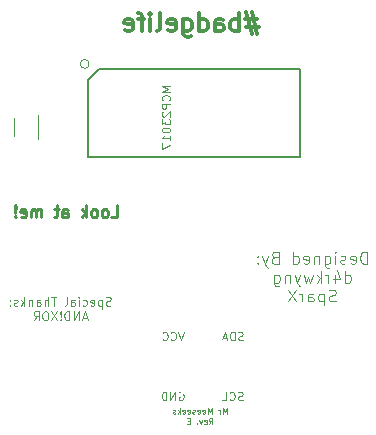
<source format=gbo>
G04 #@! TF.FileFunction,Legend,Bot*
%FSLAX46Y46*%
G04 Gerber Fmt 4.6, Leading zero omitted, Abs format (unit mm)*
G04 Created by KiCad (PCBNEW 4.0.7) date 06/13/18 09:16:30*
%MOMM*%
%LPD*%
G01*
G04 APERTURE LIST*
%ADD10C,0.100000*%
%ADD11C,0.250000*%
%ADD12C,0.125000*%
%ADD13C,0.300000*%
%ADD14C,0.152400*%
%ADD15C,0.120000*%
%ADD16C,0.050000*%
%ADD17C,2.100000*%
%ADD18O,2.100000X2.100000*%
%ADD19R,1.162000X1.543000*%
%ADD20R,2.000000X2.400000*%
G04 APERTURE END LIST*
D10*
D11*
X91956093Y-109530141D02*
X92432284Y-109530141D01*
X92432284Y-108530141D01*
X91479903Y-109530141D02*
X91575141Y-109482522D01*
X91622760Y-109434903D01*
X91670379Y-109339665D01*
X91670379Y-109053950D01*
X91622760Y-108958712D01*
X91575141Y-108911093D01*
X91479903Y-108863474D01*
X91337045Y-108863474D01*
X91241807Y-108911093D01*
X91194188Y-108958712D01*
X91146569Y-109053950D01*
X91146569Y-109339665D01*
X91194188Y-109434903D01*
X91241807Y-109482522D01*
X91337045Y-109530141D01*
X91479903Y-109530141D01*
X90575141Y-109530141D02*
X90670379Y-109482522D01*
X90717998Y-109434903D01*
X90765617Y-109339665D01*
X90765617Y-109053950D01*
X90717998Y-108958712D01*
X90670379Y-108911093D01*
X90575141Y-108863474D01*
X90432283Y-108863474D01*
X90337045Y-108911093D01*
X90289426Y-108958712D01*
X90241807Y-109053950D01*
X90241807Y-109339665D01*
X90289426Y-109434903D01*
X90337045Y-109482522D01*
X90432283Y-109530141D01*
X90575141Y-109530141D01*
X89813236Y-109530141D02*
X89813236Y-108530141D01*
X89717998Y-109149189D02*
X89432283Y-109530141D01*
X89432283Y-108863474D02*
X89813236Y-109244427D01*
X87813235Y-109530141D02*
X87813235Y-109006331D01*
X87860854Y-108911093D01*
X87956092Y-108863474D01*
X88146569Y-108863474D01*
X88241807Y-108911093D01*
X87813235Y-109482522D02*
X87908473Y-109530141D01*
X88146569Y-109530141D01*
X88241807Y-109482522D01*
X88289426Y-109387284D01*
X88289426Y-109292046D01*
X88241807Y-109196808D01*
X88146569Y-109149189D01*
X87908473Y-109149189D01*
X87813235Y-109101570D01*
X87479902Y-108863474D02*
X87098950Y-108863474D01*
X87337045Y-108530141D02*
X87337045Y-109387284D01*
X87289426Y-109482522D01*
X87194188Y-109530141D01*
X87098950Y-109530141D01*
X86003711Y-109530141D02*
X86003711Y-108863474D01*
X86003711Y-108958712D02*
X85956092Y-108911093D01*
X85860854Y-108863474D01*
X85717996Y-108863474D01*
X85622758Y-108911093D01*
X85575139Y-109006331D01*
X85575139Y-109530141D01*
X85575139Y-109006331D02*
X85527520Y-108911093D01*
X85432282Y-108863474D01*
X85289425Y-108863474D01*
X85194187Y-108911093D01*
X85146568Y-109006331D01*
X85146568Y-109530141D01*
X84289425Y-109482522D02*
X84384663Y-109530141D01*
X84575140Y-109530141D01*
X84670378Y-109482522D01*
X84717997Y-109387284D01*
X84717997Y-109006331D01*
X84670378Y-108911093D01*
X84575140Y-108863474D01*
X84384663Y-108863474D01*
X84289425Y-108911093D01*
X84241806Y-109006331D01*
X84241806Y-109101570D01*
X84717997Y-109196808D01*
X83813235Y-109434903D02*
X83765616Y-109482522D01*
X83813235Y-109530141D01*
X83860854Y-109482522D01*
X83813235Y-109434903D01*
X83813235Y-109530141D01*
X83813235Y-109149189D02*
X83860854Y-108577760D01*
X83813235Y-108530141D01*
X83765616Y-108577760D01*
X83813235Y-109149189D01*
X83813235Y-108530141D01*
D12*
X101702904Y-126153690D02*
X101702904Y-125653690D01*
X101536238Y-126010833D01*
X101369571Y-125653690D01*
X101369571Y-126153690D01*
X101131475Y-126153690D02*
X101131475Y-125820357D01*
X101131475Y-125915595D02*
X101107666Y-125867976D01*
X101083856Y-125844167D01*
X101036237Y-125820357D01*
X100988618Y-125820357D01*
X100440999Y-126153690D02*
X100440999Y-125653690D01*
X100274333Y-126010833D01*
X100107666Y-125653690D01*
X100107666Y-126153690D01*
X99679094Y-126129881D02*
X99726713Y-126153690D01*
X99821951Y-126153690D01*
X99869570Y-126129881D01*
X99893380Y-126082262D01*
X99893380Y-125891786D01*
X99869570Y-125844167D01*
X99821951Y-125820357D01*
X99726713Y-125820357D01*
X99679094Y-125844167D01*
X99655285Y-125891786D01*
X99655285Y-125939405D01*
X99893380Y-125987024D01*
X99250523Y-126129881D02*
X99298142Y-126153690D01*
X99393380Y-126153690D01*
X99440999Y-126129881D01*
X99464809Y-126082262D01*
X99464809Y-125891786D01*
X99440999Y-125844167D01*
X99393380Y-125820357D01*
X99298142Y-125820357D01*
X99250523Y-125844167D01*
X99226714Y-125891786D01*
X99226714Y-125939405D01*
X99464809Y-125987024D01*
X99036238Y-126129881D02*
X98988619Y-126153690D01*
X98893381Y-126153690D01*
X98845762Y-126129881D01*
X98821952Y-126082262D01*
X98821952Y-126058452D01*
X98845762Y-126010833D01*
X98893381Y-125987024D01*
X98964809Y-125987024D01*
X99012428Y-125963214D01*
X99036238Y-125915595D01*
X99036238Y-125891786D01*
X99012428Y-125844167D01*
X98964809Y-125820357D01*
X98893381Y-125820357D01*
X98845762Y-125844167D01*
X98417190Y-126129881D02*
X98464809Y-126153690D01*
X98560047Y-126153690D01*
X98607666Y-126129881D01*
X98631476Y-126082262D01*
X98631476Y-125891786D01*
X98607666Y-125844167D01*
X98560047Y-125820357D01*
X98464809Y-125820357D01*
X98417190Y-125844167D01*
X98393381Y-125891786D01*
X98393381Y-125939405D01*
X98631476Y-125987024D01*
X97988619Y-126129881D02*
X98036238Y-126153690D01*
X98131476Y-126153690D01*
X98179095Y-126129881D01*
X98202905Y-126082262D01*
X98202905Y-125891786D01*
X98179095Y-125844167D01*
X98131476Y-125820357D01*
X98036238Y-125820357D01*
X97988619Y-125844167D01*
X97964810Y-125891786D01*
X97964810Y-125939405D01*
X98202905Y-125987024D01*
X97750524Y-126153690D02*
X97750524Y-125653690D01*
X97702905Y-125963214D02*
X97560048Y-126153690D01*
X97560048Y-125820357D02*
X97750524Y-126010833D01*
X97369572Y-126129881D02*
X97321953Y-126153690D01*
X97226715Y-126153690D01*
X97179096Y-126129881D01*
X97155286Y-126082262D01*
X97155286Y-126058452D01*
X97179096Y-126010833D01*
X97226715Y-125987024D01*
X97298143Y-125987024D01*
X97345762Y-125963214D01*
X97369572Y-125915595D01*
X97369572Y-125891786D01*
X97345762Y-125844167D01*
X97298143Y-125820357D01*
X97226715Y-125820357D01*
X97179096Y-125844167D01*
X100226713Y-127028690D02*
X100393380Y-126790595D01*
X100512427Y-127028690D02*
X100512427Y-126528690D01*
X100321951Y-126528690D01*
X100274332Y-126552500D01*
X100250523Y-126576310D01*
X100226713Y-126623929D01*
X100226713Y-126695357D01*
X100250523Y-126742976D01*
X100274332Y-126766786D01*
X100321951Y-126790595D01*
X100512427Y-126790595D01*
X99821951Y-127004881D02*
X99869570Y-127028690D01*
X99964808Y-127028690D01*
X100012427Y-127004881D01*
X100036237Y-126957262D01*
X100036237Y-126766786D01*
X100012427Y-126719167D01*
X99964808Y-126695357D01*
X99869570Y-126695357D01*
X99821951Y-126719167D01*
X99798142Y-126766786D01*
X99798142Y-126814405D01*
X100036237Y-126862024D01*
X99631475Y-126695357D02*
X99512428Y-127028690D01*
X99393380Y-126695357D01*
X99202904Y-126981071D02*
X99179095Y-127004881D01*
X99202904Y-127028690D01*
X99226714Y-127004881D01*
X99202904Y-126981071D01*
X99202904Y-127028690D01*
X98583857Y-126766786D02*
X98417191Y-126766786D01*
X98345762Y-127028690D02*
X98583857Y-127028690D01*
X98583857Y-126528690D01*
X98345762Y-126528690D01*
D13*
X104321857Y-92769571D02*
X103250428Y-92769571D01*
X103893285Y-92126714D02*
X104321857Y-94055286D01*
X103393285Y-93412429D02*
X104464714Y-93412429D01*
X103821857Y-94055286D02*
X103393285Y-92126714D01*
X102750428Y-93769571D02*
X102750428Y-92269571D01*
X102750428Y-92841000D02*
X102607571Y-92769571D01*
X102321857Y-92769571D01*
X102179000Y-92841000D01*
X102107571Y-92912429D01*
X102036142Y-93055286D01*
X102036142Y-93483857D01*
X102107571Y-93626714D01*
X102179000Y-93698143D01*
X102321857Y-93769571D01*
X102607571Y-93769571D01*
X102750428Y-93698143D01*
X100750428Y-93769571D02*
X100750428Y-92983857D01*
X100821857Y-92841000D01*
X100964714Y-92769571D01*
X101250428Y-92769571D01*
X101393285Y-92841000D01*
X100750428Y-93698143D02*
X100893285Y-93769571D01*
X101250428Y-93769571D01*
X101393285Y-93698143D01*
X101464714Y-93555286D01*
X101464714Y-93412429D01*
X101393285Y-93269571D01*
X101250428Y-93198143D01*
X100893285Y-93198143D01*
X100750428Y-93126714D01*
X99393285Y-93769571D02*
X99393285Y-92269571D01*
X99393285Y-93698143D02*
X99536142Y-93769571D01*
X99821856Y-93769571D01*
X99964714Y-93698143D01*
X100036142Y-93626714D01*
X100107571Y-93483857D01*
X100107571Y-93055286D01*
X100036142Y-92912429D01*
X99964714Y-92841000D01*
X99821856Y-92769571D01*
X99536142Y-92769571D01*
X99393285Y-92841000D01*
X98036142Y-92769571D02*
X98036142Y-93983857D01*
X98107571Y-94126714D01*
X98178999Y-94198143D01*
X98321856Y-94269571D01*
X98536142Y-94269571D01*
X98678999Y-94198143D01*
X98036142Y-93698143D02*
X98178999Y-93769571D01*
X98464713Y-93769571D01*
X98607571Y-93698143D01*
X98678999Y-93626714D01*
X98750428Y-93483857D01*
X98750428Y-93055286D01*
X98678999Y-92912429D01*
X98607571Y-92841000D01*
X98464713Y-92769571D01*
X98178999Y-92769571D01*
X98036142Y-92841000D01*
X96750428Y-93698143D02*
X96893285Y-93769571D01*
X97178999Y-93769571D01*
X97321856Y-93698143D01*
X97393285Y-93555286D01*
X97393285Y-92983857D01*
X97321856Y-92841000D01*
X97178999Y-92769571D01*
X96893285Y-92769571D01*
X96750428Y-92841000D01*
X96678999Y-92983857D01*
X96678999Y-93126714D01*
X97393285Y-93269571D01*
X95821856Y-93769571D02*
X95964714Y-93698143D01*
X96036142Y-93555286D01*
X96036142Y-92269571D01*
X95250428Y-93769571D02*
X95250428Y-92769571D01*
X95250428Y-92269571D02*
X95321857Y-92341000D01*
X95250428Y-92412429D01*
X95179000Y-92341000D01*
X95250428Y-92269571D01*
X95250428Y-92412429D01*
X94750428Y-92769571D02*
X94178999Y-92769571D01*
X94536142Y-93769571D02*
X94536142Y-92483857D01*
X94464714Y-92341000D01*
X94321856Y-92269571D01*
X94178999Y-92269571D01*
X93107571Y-93698143D02*
X93250428Y-93769571D01*
X93536142Y-93769571D01*
X93678999Y-93698143D01*
X93750428Y-93555286D01*
X93750428Y-92983857D01*
X93678999Y-92841000D01*
X93536142Y-92769571D01*
X93250428Y-92769571D01*
X93107571Y-92841000D01*
X93036142Y-92983857D01*
X93036142Y-93126714D01*
X93750428Y-93269571D01*
D10*
X91905554Y-116983191D02*
X91798411Y-117018906D01*
X91619840Y-117018906D01*
X91548411Y-116983191D01*
X91512697Y-116947477D01*
X91476982Y-116876049D01*
X91476982Y-116804620D01*
X91512697Y-116733191D01*
X91548411Y-116697477D01*
X91619840Y-116661763D01*
X91762697Y-116626049D01*
X91834125Y-116590334D01*
X91869840Y-116554620D01*
X91905554Y-116483191D01*
X91905554Y-116411763D01*
X91869840Y-116340334D01*
X91834125Y-116304620D01*
X91762697Y-116268906D01*
X91584125Y-116268906D01*
X91476982Y-116304620D01*
X91155554Y-116518906D02*
X91155554Y-117268906D01*
X91155554Y-116554620D02*
X91084125Y-116518906D01*
X90941268Y-116518906D01*
X90869839Y-116554620D01*
X90834125Y-116590334D01*
X90798411Y-116661763D01*
X90798411Y-116876049D01*
X90834125Y-116947477D01*
X90869839Y-116983191D01*
X90941268Y-117018906D01*
X91084125Y-117018906D01*
X91155554Y-116983191D01*
X90191268Y-116983191D02*
X90262697Y-117018906D01*
X90405554Y-117018906D01*
X90476983Y-116983191D01*
X90512697Y-116911763D01*
X90512697Y-116626049D01*
X90476983Y-116554620D01*
X90405554Y-116518906D01*
X90262697Y-116518906D01*
X90191268Y-116554620D01*
X90155554Y-116626049D01*
X90155554Y-116697477D01*
X90512697Y-116768906D01*
X89512697Y-116983191D02*
X89584126Y-117018906D01*
X89726983Y-117018906D01*
X89798411Y-116983191D01*
X89834126Y-116947477D01*
X89869840Y-116876049D01*
X89869840Y-116661763D01*
X89834126Y-116590334D01*
X89798411Y-116554620D01*
X89726983Y-116518906D01*
X89584126Y-116518906D01*
X89512697Y-116554620D01*
X89191269Y-117018906D02*
X89191269Y-116518906D01*
X89191269Y-116268906D02*
X89226983Y-116304620D01*
X89191269Y-116340334D01*
X89155554Y-116304620D01*
X89191269Y-116268906D01*
X89191269Y-116340334D01*
X88512697Y-117018906D02*
X88512697Y-116626049D01*
X88548411Y-116554620D01*
X88619840Y-116518906D01*
X88762697Y-116518906D01*
X88834126Y-116554620D01*
X88512697Y-116983191D02*
X88584126Y-117018906D01*
X88762697Y-117018906D01*
X88834126Y-116983191D01*
X88869840Y-116911763D01*
X88869840Y-116840334D01*
X88834126Y-116768906D01*
X88762697Y-116733191D01*
X88584126Y-116733191D01*
X88512697Y-116697477D01*
X88048412Y-117018906D02*
X88119840Y-116983191D01*
X88155555Y-116911763D01*
X88155555Y-116268906D01*
X87298411Y-116268906D02*
X86869840Y-116268906D01*
X87084126Y-117018906D02*
X87084126Y-116268906D01*
X86619840Y-117018906D02*
X86619840Y-116268906D01*
X86298411Y-117018906D02*
X86298411Y-116626049D01*
X86334125Y-116554620D01*
X86405554Y-116518906D01*
X86512697Y-116518906D01*
X86584125Y-116554620D01*
X86619840Y-116590334D01*
X85619840Y-117018906D02*
X85619840Y-116626049D01*
X85655554Y-116554620D01*
X85726983Y-116518906D01*
X85869840Y-116518906D01*
X85941269Y-116554620D01*
X85619840Y-116983191D02*
X85691269Y-117018906D01*
X85869840Y-117018906D01*
X85941269Y-116983191D01*
X85976983Y-116911763D01*
X85976983Y-116840334D01*
X85941269Y-116768906D01*
X85869840Y-116733191D01*
X85691269Y-116733191D01*
X85619840Y-116697477D01*
X85262698Y-116518906D02*
X85262698Y-117018906D01*
X85262698Y-116590334D02*
X85226983Y-116554620D01*
X85155555Y-116518906D01*
X85048412Y-116518906D01*
X84976983Y-116554620D01*
X84941269Y-116626049D01*
X84941269Y-117018906D01*
X84584127Y-117018906D02*
X84584127Y-116268906D01*
X84512698Y-116733191D02*
X84298412Y-117018906D01*
X84298412Y-116518906D02*
X84584127Y-116804620D01*
X84012698Y-116983191D02*
X83941269Y-117018906D01*
X83798412Y-117018906D01*
X83726984Y-116983191D01*
X83691269Y-116911763D01*
X83691269Y-116876049D01*
X83726984Y-116804620D01*
X83798412Y-116768906D01*
X83905555Y-116768906D01*
X83976984Y-116733191D01*
X84012698Y-116661763D01*
X84012698Y-116626049D01*
X83976984Y-116554620D01*
X83905555Y-116518906D01*
X83798412Y-116518906D01*
X83726984Y-116554620D01*
X83369841Y-116947477D02*
X83334126Y-116983191D01*
X83369841Y-117018906D01*
X83405555Y-116983191D01*
X83369841Y-116947477D01*
X83369841Y-117018906D01*
X83369841Y-116554620D02*
X83334126Y-116590334D01*
X83369841Y-116626049D01*
X83405555Y-116590334D01*
X83369841Y-116554620D01*
X83369841Y-116626049D01*
X89869840Y-118029620D02*
X89512697Y-118029620D01*
X89941268Y-118243906D02*
X89691268Y-117493906D01*
X89441268Y-118243906D01*
X89191269Y-118243906D02*
X89191269Y-117493906D01*
X88762697Y-118243906D01*
X88762697Y-117493906D01*
X88405555Y-118243906D02*
X88405555Y-117493906D01*
X88226983Y-117493906D01*
X88119840Y-117529620D01*
X88048412Y-117601049D01*
X88012697Y-117672477D01*
X87976983Y-117815334D01*
X87976983Y-117922477D01*
X88012697Y-118065334D01*
X88048412Y-118136763D01*
X88119840Y-118208191D01*
X88226983Y-118243906D01*
X88405555Y-118243906D01*
X87655555Y-118172477D02*
X87619840Y-118208191D01*
X87655555Y-118243906D01*
X87691269Y-118208191D01*
X87655555Y-118172477D01*
X87655555Y-118243906D01*
X87655555Y-117958191D02*
X87691269Y-117529620D01*
X87655555Y-117493906D01*
X87619840Y-117529620D01*
X87655555Y-117958191D01*
X87655555Y-117493906D01*
X87369840Y-117493906D02*
X86869840Y-118243906D01*
X86869840Y-117493906D02*
X87369840Y-118243906D01*
X86441268Y-117493906D02*
X86298411Y-117493906D01*
X86226983Y-117529620D01*
X86155554Y-117601049D01*
X86119840Y-117743906D01*
X86119840Y-117993906D01*
X86155554Y-118136763D01*
X86226983Y-118208191D01*
X86298411Y-118243906D01*
X86441268Y-118243906D01*
X86512697Y-118208191D01*
X86584126Y-118136763D01*
X86619840Y-117993906D01*
X86619840Y-117743906D01*
X86584126Y-117601049D01*
X86512697Y-117529620D01*
X86441268Y-117493906D01*
X85369840Y-118243906D02*
X85619840Y-117886763D01*
X85798412Y-118243906D02*
X85798412Y-117493906D01*
X85512697Y-117493906D01*
X85441269Y-117529620D01*
X85405554Y-117565334D01*
X85369840Y-117636763D01*
X85369840Y-117743906D01*
X85405554Y-117815334D01*
X85441269Y-117851049D01*
X85512697Y-117886763D01*
X85798412Y-117886763D01*
X113585048Y-113462261D02*
X113585048Y-112462261D01*
X113346953Y-112462261D01*
X113204095Y-112509880D01*
X113108857Y-112605118D01*
X113061238Y-112700356D01*
X113013619Y-112890832D01*
X113013619Y-113033690D01*
X113061238Y-113224166D01*
X113108857Y-113319404D01*
X113204095Y-113414642D01*
X113346953Y-113462261D01*
X113585048Y-113462261D01*
X112204095Y-113414642D02*
X112299333Y-113462261D01*
X112489810Y-113462261D01*
X112585048Y-113414642D01*
X112632667Y-113319404D01*
X112632667Y-112938451D01*
X112585048Y-112843213D01*
X112489810Y-112795594D01*
X112299333Y-112795594D01*
X112204095Y-112843213D01*
X112156476Y-112938451D01*
X112156476Y-113033690D01*
X112632667Y-113128928D01*
X111775524Y-113414642D02*
X111680286Y-113462261D01*
X111489810Y-113462261D01*
X111394571Y-113414642D01*
X111346952Y-113319404D01*
X111346952Y-113271785D01*
X111394571Y-113176547D01*
X111489810Y-113128928D01*
X111632667Y-113128928D01*
X111727905Y-113081309D01*
X111775524Y-112986070D01*
X111775524Y-112938451D01*
X111727905Y-112843213D01*
X111632667Y-112795594D01*
X111489810Y-112795594D01*
X111394571Y-112843213D01*
X110918381Y-113462261D02*
X110918381Y-112795594D01*
X110918381Y-112462261D02*
X110966000Y-112509880D01*
X110918381Y-112557499D01*
X110870762Y-112509880D01*
X110918381Y-112462261D01*
X110918381Y-112557499D01*
X110013619Y-112795594D02*
X110013619Y-113605118D01*
X110061238Y-113700356D01*
X110108857Y-113747975D01*
X110204096Y-113795594D01*
X110346953Y-113795594D01*
X110442191Y-113747975D01*
X110013619Y-113414642D02*
X110108857Y-113462261D01*
X110299334Y-113462261D01*
X110394572Y-113414642D01*
X110442191Y-113367023D01*
X110489810Y-113271785D01*
X110489810Y-112986070D01*
X110442191Y-112890832D01*
X110394572Y-112843213D01*
X110299334Y-112795594D01*
X110108857Y-112795594D01*
X110013619Y-112843213D01*
X109537429Y-112795594D02*
X109537429Y-113462261D01*
X109537429Y-112890832D02*
X109489810Y-112843213D01*
X109394572Y-112795594D01*
X109251714Y-112795594D01*
X109156476Y-112843213D01*
X109108857Y-112938451D01*
X109108857Y-113462261D01*
X108251714Y-113414642D02*
X108346952Y-113462261D01*
X108537429Y-113462261D01*
X108632667Y-113414642D01*
X108680286Y-113319404D01*
X108680286Y-112938451D01*
X108632667Y-112843213D01*
X108537429Y-112795594D01*
X108346952Y-112795594D01*
X108251714Y-112843213D01*
X108204095Y-112938451D01*
X108204095Y-113033690D01*
X108680286Y-113128928D01*
X107346952Y-113462261D02*
X107346952Y-112462261D01*
X107346952Y-113414642D02*
X107442190Y-113462261D01*
X107632667Y-113462261D01*
X107727905Y-113414642D01*
X107775524Y-113367023D01*
X107823143Y-113271785D01*
X107823143Y-112986070D01*
X107775524Y-112890832D01*
X107727905Y-112843213D01*
X107632667Y-112795594D01*
X107442190Y-112795594D01*
X107346952Y-112843213D01*
X105775523Y-112938451D02*
X105632666Y-112986070D01*
X105585047Y-113033690D01*
X105537428Y-113128928D01*
X105537428Y-113271785D01*
X105585047Y-113367023D01*
X105632666Y-113414642D01*
X105727904Y-113462261D01*
X106108857Y-113462261D01*
X106108857Y-112462261D01*
X105775523Y-112462261D01*
X105680285Y-112509880D01*
X105632666Y-112557499D01*
X105585047Y-112652737D01*
X105585047Y-112747975D01*
X105632666Y-112843213D01*
X105680285Y-112890832D01*
X105775523Y-112938451D01*
X106108857Y-112938451D01*
X105204095Y-112795594D02*
X104966000Y-113462261D01*
X104727904Y-112795594D02*
X104966000Y-113462261D01*
X105061238Y-113700356D01*
X105108857Y-113747975D01*
X105204095Y-113795594D01*
X104346952Y-113367023D02*
X104299333Y-113414642D01*
X104346952Y-113462261D01*
X104394571Y-113414642D01*
X104346952Y-113367023D01*
X104346952Y-113462261D01*
X104346952Y-112843213D02*
X104299333Y-112890832D01*
X104346952Y-112938451D01*
X104394571Y-112890832D01*
X104346952Y-112843213D01*
X104346952Y-112938451D01*
X111751714Y-115062261D02*
X111751714Y-114062261D01*
X111751714Y-115014642D02*
X111846952Y-115062261D01*
X112037429Y-115062261D01*
X112132667Y-115014642D01*
X112180286Y-114967023D01*
X112227905Y-114871785D01*
X112227905Y-114586070D01*
X112180286Y-114490832D01*
X112132667Y-114443213D01*
X112037429Y-114395594D01*
X111846952Y-114395594D01*
X111751714Y-114443213D01*
X110846952Y-114395594D02*
X110846952Y-115062261D01*
X111085048Y-114014642D02*
X111323143Y-114728928D01*
X110704095Y-114728928D01*
X110323143Y-115062261D02*
X110323143Y-114395594D01*
X110323143Y-114586070D02*
X110275524Y-114490832D01*
X110227905Y-114443213D01*
X110132667Y-114395594D01*
X110037428Y-114395594D01*
X109704095Y-115062261D02*
X109704095Y-114062261D01*
X109608857Y-114681309D02*
X109323142Y-115062261D01*
X109323142Y-114395594D02*
X109704095Y-114776547D01*
X108989809Y-114395594D02*
X108799333Y-115062261D01*
X108608856Y-114586070D01*
X108418380Y-115062261D01*
X108227904Y-114395594D01*
X107942190Y-114395594D02*
X107704095Y-115062261D01*
X107465999Y-114395594D02*
X107704095Y-115062261D01*
X107799333Y-115300356D01*
X107846952Y-115347975D01*
X107942190Y-115395594D01*
X107085047Y-114395594D02*
X107085047Y-115062261D01*
X107085047Y-114490832D02*
X107037428Y-114443213D01*
X106942190Y-114395594D01*
X106799332Y-114395594D01*
X106704094Y-114443213D01*
X106656475Y-114538451D01*
X106656475Y-115062261D01*
X105751713Y-114395594D02*
X105751713Y-115205118D01*
X105799332Y-115300356D01*
X105846951Y-115347975D01*
X105942190Y-115395594D01*
X106085047Y-115395594D01*
X106180285Y-115347975D01*
X105751713Y-115014642D02*
X105846951Y-115062261D01*
X106037428Y-115062261D01*
X106132666Y-115014642D01*
X106180285Y-114967023D01*
X106227904Y-114871785D01*
X106227904Y-114586070D01*
X106180285Y-114490832D01*
X106132666Y-114443213D01*
X106037428Y-114395594D01*
X105846951Y-114395594D01*
X105751713Y-114443213D01*
X110942191Y-116614642D02*
X110799334Y-116662261D01*
X110561238Y-116662261D01*
X110466000Y-116614642D01*
X110418381Y-116567023D01*
X110370762Y-116471785D01*
X110370762Y-116376547D01*
X110418381Y-116281309D01*
X110466000Y-116233690D01*
X110561238Y-116186070D01*
X110751715Y-116138451D01*
X110846953Y-116090832D01*
X110894572Y-116043213D01*
X110942191Y-115947975D01*
X110942191Y-115852737D01*
X110894572Y-115757499D01*
X110846953Y-115709880D01*
X110751715Y-115662261D01*
X110513619Y-115662261D01*
X110370762Y-115709880D01*
X109942191Y-115995594D02*
X109942191Y-116995594D01*
X109942191Y-116043213D02*
X109846953Y-115995594D01*
X109656476Y-115995594D01*
X109561238Y-116043213D01*
X109513619Y-116090832D01*
X109466000Y-116186070D01*
X109466000Y-116471785D01*
X109513619Y-116567023D01*
X109561238Y-116614642D01*
X109656476Y-116662261D01*
X109846953Y-116662261D01*
X109942191Y-116614642D01*
X108608857Y-116662261D02*
X108608857Y-116138451D01*
X108656476Y-116043213D01*
X108751714Y-115995594D01*
X108942191Y-115995594D01*
X109037429Y-116043213D01*
X108608857Y-116614642D02*
X108704095Y-116662261D01*
X108942191Y-116662261D01*
X109037429Y-116614642D01*
X109085048Y-116519404D01*
X109085048Y-116424166D01*
X109037429Y-116328928D01*
X108942191Y-116281309D01*
X108704095Y-116281309D01*
X108608857Y-116233690D01*
X108132667Y-116662261D02*
X108132667Y-115995594D01*
X108132667Y-116186070D02*
X108085048Y-116090832D01*
X108037429Y-116043213D01*
X107942191Y-115995594D01*
X107846952Y-115995594D01*
X107608857Y-115662261D02*
X106942190Y-116662261D01*
X106942190Y-115662261D02*
X107608857Y-116662261D01*
D14*
X90013480Y-104473700D02*
X90013480Y-97875730D01*
X90013480Y-97875730D02*
X90915510Y-96973700D01*
X90915510Y-96973700D02*
X107913480Y-96973700D01*
X107913480Y-96973700D02*
X107913480Y-104473700D01*
X107913480Y-104473700D02*
X90013480Y-104473700D01*
D10*
X90069480Y-96548700D02*
G75*
G03X90069480Y-96548700I-381000J0D01*
G01*
D15*
X83714400Y-102917500D02*
X83714400Y-100917500D01*
X85754400Y-100917500D02*
X85754400Y-102917500D01*
D10*
X103085000Y-119917333D02*
X102985000Y-119950667D01*
X102818333Y-119950667D01*
X102751666Y-119917333D01*
X102718333Y-119884000D01*
X102685000Y-119817333D01*
X102685000Y-119750667D01*
X102718333Y-119684000D01*
X102751666Y-119650667D01*
X102818333Y-119617333D01*
X102951666Y-119584000D01*
X103018333Y-119550667D01*
X103051666Y-119517333D01*
X103085000Y-119450667D01*
X103085000Y-119384000D01*
X103051666Y-119317333D01*
X103018333Y-119284000D01*
X102951666Y-119250667D01*
X102785000Y-119250667D01*
X102685000Y-119284000D01*
X102384999Y-119950667D02*
X102384999Y-119250667D01*
X102218333Y-119250667D01*
X102118333Y-119284000D01*
X102051666Y-119350667D01*
X102018333Y-119417333D01*
X101984999Y-119550667D01*
X101984999Y-119650667D01*
X102018333Y-119784000D01*
X102051666Y-119850667D01*
X102118333Y-119917333D01*
X102218333Y-119950667D01*
X102384999Y-119950667D01*
X101718333Y-119750667D02*
X101384999Y-119750667D01*
X101784999Y-119950667D02*
X101551666Y-119250667D01*
X101318333Y-119950667D01*
X103068334Y-124997333D02*
X102968334Y-125030667D01*
X102801667Y-125030667D01*
X102735000Y-124997333D01*
X102701667Y-124964000D01*
X102668334Y-124897333D01*
X102668334Y-124830667D01*
X102701667Y-124764000D01*
X102735000Y-124730667D01*
X102801667Y-124697333D01*
X102935000Y-124664000D01*
X103001667Y-124630667D01*
X103035000Y-124597333D01*
X103068334Y-124530667D01*
X103068334Y-124464000D01*
X103035000Y-124397333D01*
X103001667Y-124364000D01*
X102935000Y-124330667D01*
X102768334Y-124330667D01*
X102668334Y-124364000D01*
X101968333Y-124964000D02*
X102001667Y-124997333D01*
X102101667Y-125030667D01*
X102168333Y-125030667D01*
X102268333Y-124997333D01*
X102335000Y-124930667D01*
X102368333Y-124864000D01*
X102401667Y-124730667D01*
X102401667Y-124630667D01*
X102368333Y-124497333D01*
X102335000Y-124430667D01*
X102268333Y-124364000D01*
X102168333Y-124330667D01*
X102101667Y-124330667D01*
X102001667Y-124364000D01*
X101968333Y-124397333D01*
X101335000Y-125030667D02*
X101668333Y-125030667D01*
X101668333Y-124330667D01*
X97688333Y-124364000D02*
X97754999Y-124330667D01*
X97854999Y-124330667D01*
X97954999Y-124364000D01*
X98021666Y-124430667D01*
X98054999Y-124497333D01*
X98088333Y-124630667D01*
X98088333Y-124730667D01*
X98054999Y-124864000D01*
X98021666Y-124930667D01*
X97954999Y-124997333D01*
X97854999Y-125030667D01*
X97788333Y-125030667D01*
X97688333Y-124997333D01*
X97654999Y-124964000D01*
X97654999Y-124730667D01*
X97788333Y-124730667D01*
X97354999Y-125030667D02*
X97354999Y-124330667D01*
X96954999Y-125030667D01*
X96954999Y-124330667D01*
X96621666Y-125030667D02*
X96621666Y-124330667D01*
X96455000Y-124330667D01*
X96355000Y-124364000D01*
X96288333Y-124430667D01*
X96255000Y-124497333D01*
X96221666Y-124630667D01*
X96221666Y-124730667D01*
X96255000Y-124864000D01*
X96288333Y-124930667D01*
X96355000Y-124997333D01*
X96455000Y-125030667D01*
X96621666Y-125030667D01*
X98088333Y-119250667D02*
X97855000Y-119950667D01*
X97621667Y-119250667D01*
X96988333Y-119884000D02*
X97021667Y-119917333D01*
X97121667Y-119950667D01*
X97188333Y-119950667D01*
X97288333Y-119917333D01*
X97355000Y-119850667D01*
X97388333Y-119784000D01*
X97421667Y-119650667D01*
X97421667Y-119550667D01*
X97388333Y-119417333D01*
X97355000Y-119350667D01*
X97288333Y-119284000D01*
X97188333Y-119250667D01*
X97121667Y-119250667D01*
X97021667Y-119284000D01*
X96988333Y-119317333D01*
X96288333Y-119884000D02*
X96321667Y-119917333D01*
X96421667Y-119950667D01*
X96488333Y-119950667D01*
X96588333Y-119917333D01*
X96655000Y-119850667D01*
X96688333Y-119784000D01*
X96721667Y-119650667D01*
X96721667Y-119550667D01*
X96688333Y-119417333D01*
X96655000Y-119350667D01*
X96588333Y-119284000D01*
X96488333Y-119250667D01*
X96421667Y-119250667D01*
X96321667Y-119284000D01*
X96288333Y-119317333D01*
D16*
X96925360Y-98435260D02*
X96223539Y-98435260D01*
X96724840Y-98669201D01*
X96223539Y-98903141D01*
X96925360Y-98903141D01*
X96858520Y-99638382D02*
X96891940Y-99604962D01*
X96925360Y-99504702D01*
X96925360Y-99437862D01*
X96891940Y-99337601D01*
X96825100Y-99270761D01*
X96758260Y-99237341D01*
X96624580Y-99203921D01*
X96524319Y-99203921D01*
X96390639Y-99237341D01*
X96323799Y-99270761D01*
X96256959Y-99337601D01*
X96223539Y-99437862D01*
X96223539Y-99504702D01*
X96256959Y-99604962D01*
X96290379Y-99638382D01*
X96925360Y-99939162D02*
X96223539Y-99939162D01*
X96223539Y-100206523D01*
X96256959Y-100273363D01*
X96290379Y-100306783D01*
X96357219Y-100340203D01*
X96457479Y-100340203D01*
X96524319Y-100306783D01*
X96557739Y-100273363D01*
X96591159Y-100206523D01*
X96591159Y-99939162D01*
X96290379Y-100607563D02*
X96256959Y-100640983D01*
X96223539Y-100707823D01*
X96223539Y-100874924D01*
X96256959Y-100941764D01*
X96290379Y-100975184D01*
X96357219Y-101008604D01*
X96424059Y-101008604D01*
X96524319Y-100975184D01*
X96925360Y-100574143D01*
X96925360Y-101008604D01*
X96223539Y-101242544D02*
X96223539Y-101677005D01*
X96490899Y-101443064D01*
X96490899Y-101543325D01*
X96524319Y-101610165D01*
X96557739Y-101643585D01*
X96624580Y-101677005D01*
X96791680Y-101677005D01*
X96858520Y-101643585D01*
X96891940Y-101610165D01*
X96925360Y-101543325D01*
X96925360Y-101342804D01*
X96891940Y-101275964D01*
X96858520Y-101242544D01*
X96223539Y-102111465D02*
X96223539Y-102178306D01*
X96256959Y-102245146D01*
X96290379Y-102278566D01*
X96357219Y-102311986D01*
X96490899Y-102345406D01*
X96658000Y-102345406D01*
X96791680Y-102311986D01*
X96858520Y-102278566D01*
X96891940Y-102245146D01*
X96925360Y-102178306D01*
X96925360Y-102111465D01*
X96891940Y-102044625D01*
X96858520Y-102011205D01*
X96791680Y-101977785D01*
X96658000Y-101944365D01*
X96490899Y-101944365D01*
X96357219Y-101977785D01*
X96290379Y-102011205D01*
X96256959Y-102044625D01*
X96223539Y-102111465D01*
X96925360Y-103013807D02*
X96925360Y-102612766D01*
X96925360Y-102813286D02*
X96223539Y-102813286D01*
X96323799Y-102746446D01*
X96390639Y-102679606D01*
X96424059Y-102612766D01*
X96223539Y-103247747D02*
X96223539Y-103715628D01*
X96925360Y-103414847D01*
%LPC*%
D17*
X100965000Y-120904000D03*
D18*
X100965000Y-123444000D03*
X98425000Y-120904000D03*
X98425000Y-123444000D03*
D10*
G36*
X118634467Y-87171215D02*
X117025773Y-88521069D01*
X115483083Y-86682563D01*
X117091777Y-85332709D01*
X118634467Y-87171215D01*
X118634467Y-87171215D01*
G37*
G36*
X116063317Y-84107037D02*
X114454623Y-85456891D01*
X112911933Y-83618385D01*
X114520627Y-82268531D01*
X116063317Y-84107037D01*
X116063317Y-84107037D01*
G37*
G36*
X75332298Y-98960891D02*
X77424307Y-98777864D01*
X77633480Y-101168731D01*
X75541471Y-101351758D01*
X75332298Y-98960891D01*
X75332298Y-98960891D01*
G37*
G36*
X75680920Y-102945669D02*
X77772929Y-102762642D01*
X77982102Y-105153509D01*
X75890093Y-105336536D01*
X75680920Y-102945669D01*
X75680920Y-102945669D01*
G37*
G36*
X77933387Y-89699463D02*
X79906741Y-90417705D01*
X79085893Y-92672967D01*
X77112539Y-91954725D01*
X77933387Y-89699463D01*
X77933387Y-89699463D01*
G37*
G36*
X76565307Y-93458233D02*
X78538661Y-94176475D01*
X77717813Y-96431737D01*
X75744459Y-95713495D01*
X76565307Y-93458233D01*
X76565307Y-93458233D01*
G37*
G36*
X83910916Y-82161749D02*
X85471520Y-83566923D01*
X83865606Y-85350471D01*
X82305002Y-83945297D01*
X83910916Y-82161749D01*
X83910916Y-82161749D01*
G37*
G36*
X81234394Y-85134329D02*
X82794998Y-86539503D01*
X81189084Y-88323051D01*
X79628480Y-86917877D01*
X81234394Y-85134329D01*
X81234394Y-85134329D01*
G37*
G36*
X92220036Y-77553598D02*
X93107535Y-79456844D01*
X90932396Y-80471128D01*
X90044897Y-78567882D01*
X92220036Y-77553598D01*
X92220036Y-77553598D01*
G37*
G36*
X88594804Y-79244072D02*
X89482303Y-81147318D01*
X87307164Y-82161602D01*
X86419665Y-80258356D01*
X88594804Y-79244072D01*
X88594804Y-79244072D01*
G37*
G36*
X111554419Y-80047534D02*
X110700272Y-81965980D01*
X108507763Y-80989812D01*
X109361910Y-79071366D01*
X111554419Y-80047534D01*
X111554419Y-80047534D01*
G37*
G36*
X107900237Y-78420588D02*
X107046090Y-80339034D01*
X104853581Y-79362866D01*
X105707728Y-77444420D01*
X107900237Y-78420588D01*
X107900237Y-78420588D01*
G37*
G36*
X122527941Y-95662695D02*
X120554587Y-96380937D01*
X119733739Y-94125675D01*
X121707093Y-93407433D01*
X122527941Y-95662695D01*
X122527941Y-95662695D01*
G37*
G36*
X121159861Y-91903925D02*
X119186507Y-92622167D01*
X118365659Y-90366905D01*
X120339013Y-89648663D01*
X121159861Y-91903925D01*
X121159861Y-91903925D01*
G37*
G36*
X122331507Y-105285736D02*
X120239498Y-105102709D01*
X120448671Y-102711842D01*
X122540680Y-102894869D01*
X122331507Y-105285736D01*
X122331507Y-105285736D01*
G37*
G36*
X122680129Y-101300958D02*
X120588120Y-101117931D01*
X120797293Y-98727064D01*
X122889302Y-98910091D01*
X122680129Y-101300958D01*
X122680129Y-101300958D01*
G37*
D19*
X90708480Y-95973900D03*
X91978480Y-95973900D03*
X93248480Y-95973900D03*
X94518480Y-95973900D03*
X95788480Y-95973900D03*
X97058480Y-95973900D03*
X98328480Y-95973900D03*
X99598480Y-95973900D03*
X100868480Y-95973900D03*
X102138480Y-95973900D03*
X104678480Y-95973900D03*
X103408480Y-95973900D03*
X105948480Y-95973900D03*
X107218480Y-95973900D03*
X107218480Y-105498900D03*
X105948480Y-105498900D03*
X104678480Y-105498900D03*
X103408480Y-105498900D03*
X102138480Y-105498900D03*
X100868480Y-105498900D03*
X99598480Y-105498900D03*
X98328480Y-105498900D03*
X97058480Y-105498900D03*
X95788480Y-105498900D03*
X94518480Y-105498900D03*
X93248480Y-105498900D03*
X91978480Y-105498900D03*
X90708480Y-105498900D03*
D20*
X84734400Y-99917500D03*
X84734400Y-103917500D03*
M02*

</source>
